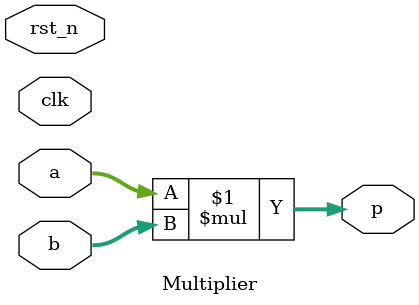
<source format=sv>
module Multiplier #(parameter int RES=8)(
    input wire clk,
    input wire rst_n,
    input wire [RES-1:0] a,
    input wire [RES-1:0] b,
    output wire [RES-1:0] p
);
    assign p=a*b;
endmodule
</source>
